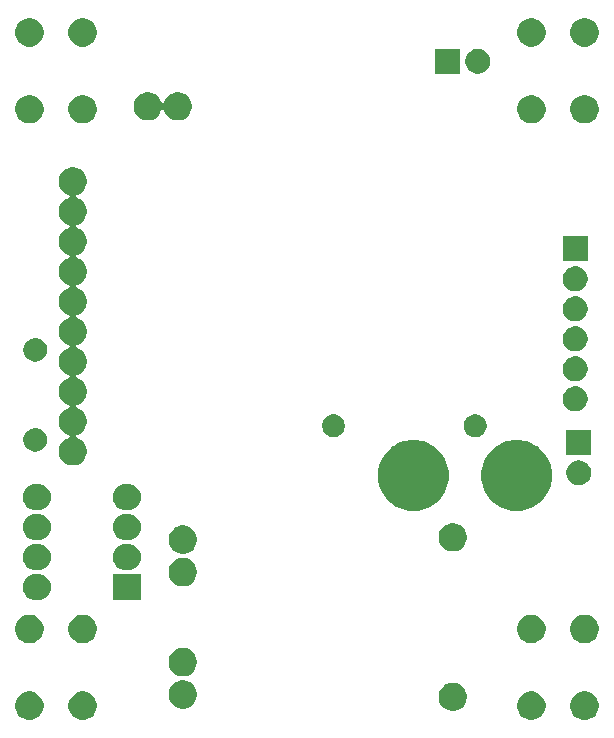
<source format=gbr>
G04 #@! TF.GenerationSoftware,KiCad,Pcbnew,5.1.5-52549c5~84~ubuntu18.04.1*
G04 #@! TF.CreationDate,2020-01-28T15:27:20+01:00*
G04 #@! TF.ProjectId,Nokolino,4e6f6b6f-6c69-46e6-9f2e-6b696361645f,3.0*
G04 #@! TF.SameCoordinates,Original*
G04 #@! TF.FileFunction,Soldermask,Top*
G04 #@! TF.FilePolarity,Negative*
%FSLAX46Y46*%
G04 Gerber Fmt 4.6, Leading zero omitted, Abs format (unit mm)*
G04 Created by KiCad (PCBNEW 5.1.5-52549c5~84~ubuntu18.04.1) date 2020-01-28 15:27:20*
%MOMM*%
%LPD*%
G04 APERTURE LIST*
%ADD10C,0.100000*%
G04 APERTURE END LIST*
D10*
G36*
X182100026Y-144846115D02*
G01*
X182298945Y-144928510D01*
X182318413Y-144936574D01*
X182514955Y-145067899D01*
X182682101Y-145235045D01*
X182790133Y-145396726D01*
X182813427Y-145431589D01*
X182903885Y-145649974D01*
X182950000Y-145881809D01*
X182950000Y-146118191D01*
X182903885Y-146350026D01*
X182813427Y-146568411D01*
X182813426Y-146568413D01*
X182682101Y-146764955D01*
X182514955Y-146932101D01*
X182318413Y-147063426D01*
X182318412Y-147063427D01*
X182318411Y-147063427D01*
X182100026Y-147153885D01*
X181868191Y-147200000D01*
X181631809Y-147200000D01*
X181399974Y-147153885D01*
X181181589Y-147063427D01*
X181181588Y-147063427D01*
X181181587Y-147063426D01*
X180985045Y-146932101D01*
X180817899Y-146764955D01*
X180686574Y-146568413D01*
X180686573Y-146568411D01*
X180596115Y-146350026D01*
X180550000Y-146118191D01*
X180550000Y-145881809D01*
X180596115Y-145649974D01*
X180686573Y-145431589D01*
X180709868Y-145396726D01*
X180817899Y-145235045D01*
X180985045Y-145067899D01*
X181181587Y-144936574D01*
X181201055Y-144928510D01*
X181399974Y-144846115D01*
X181631809Y-144800000D01*
X181868191Y-144800000D01*
X182100026Y-144846115D01*
G37*
G36*
X177600026Y-144846115D02*
G01*
X177798945Y-144928510D01*
X177818413Y-144936574D01*
X178014955Y-145067899D01*
X178182101Y-145235045D01*
X178290133Y-145396726D01*
X178313427Y-145431589D01*
X178403885Y-145649974D01*
X178450000Y-145881809D01*
X178450000Y-146118191D01*
X178403885Y-146350026D01*
X178313427Y-146568411D01*
X178313426Y-146568413D01*
X178182101Y-146764955D01*
X178014955Y-146932101D01*
X177818413Y-147063426D01*
X177818412Y-147063427D01*
X177818411Y-147063427D01*
X177600026Y-147153885D01*
X177368191Y-147200000D01*
X177131809Y-147200000D01*
X176899974Y-147153885D01*
X176681589Y-147063427D01*
X176681588Y-147063427D01*
X176681587Y-147063426D01*
X176485045Y-146932101D01*
X176317899Y-146764955D01*
X176186574Y-146568413D01*
X176186573Y-146568411D01*
X176096115Y-146350026D01*
X176050000Y-146118191D01*
X176050000Y-145881809D01*
X176096115Y-145649974D01*
X176186573Y-145431589D01*
X176209868Y-145396726D01*
X176317899Y-145235045D01*
X176485045Y-145067899D01*
X176681587Y-144936574D01*
X176701055Y-144928510D01*
X176899974Y-144846115D01*
X177131809Y-144800000D01*
X177368191Y-144800000D01*
X177600026Y-144846115D01*
G37*
G36*
X139600026Y-144846115D02*
G01*
X139798945Y-144928510D01*
X139818413Y-144936574D01*
X140014955Y-145067899D01*
X140182101Y-145235045D01*
X140290133Y-145396726D01*
X140313427Y-145431589D01*
X140403885Y-145649974D01*
X140450000Y-145881809D01*
X140450000Y-146118191D01*
X140403885Y-146350026D01*
X140313427Y-146568411D01*
X140313426Y-146568413D01*
X140182101Y-146764955D01*
X140014955Y-146932101D01*
X139818413Y-147063426D01*
X139818412Y-147063427D01*
X139818411Y-147063427D01*
X139600026Y-147153885D01*
X139368191Y-147200000D01*
X139131809Y-147200000D01*
X138899974Y-147153885D01*
X138681589Y-147063427D01*
X138681588Y-147063427D01*
X138681587Y-147063426D01*
X138485045Y-146932101D01*
X138317899Y-146764955D01*
X138186574Y-146568413D01*
X138186573Y-146568411D01*
X138096115Y-146350026D01*
X138050000Y-146118191D01*
X138050000Y-145881809D01*
X138096115Y-145649974D01*
X138186573Y-145431589D01*
X138209868Y-145396726D01*
X138317899Y-145235045D01*
X138485045Y-145067899D01*
X138681587Y-144936574D01*
X138701055Y-144928510D01*
X138899974Y-144846115D01*
X139131809Y-144800000D01*
X139368191Y-144800000D01*
X139600026Y-144846115D01*
G37*
G36*
X135100026Y-144846115D02*
G01*
X135298945Y-144928510D01*
X135318413Y-144936574D01*
X135514955Y-145067899D01*
X135682101Y-145235045D01*
X135790133Y-145396726D01*
X135813427Y-145431589D01*
X135903885Y-145649974D01*
X135950000Y-145881809D01*
X135950000Y-146118191D01*
X135903885Y-146350026D01*
X135813427Y-146568411D01*
X135813426Y-146568413D01*
X135682101Y-146764955D01*
X135514955Y-146932101D01*
X135318413Y-147063426D01*
X135318412Y-147063427D01*
X135318411Y-147063427D01*
X135100026Y-147153885D01*
X134868191Y-147200000D01*
X134631809Y-147200000D01*
X134399974Y-147153885D01*
X134181589Y-147063427D01*
X134181588Y-147063427D01*
X134181587Y-147063426D01*
X133985045Y-146932101D01*
X133817899Y-146764955D01*
X133686574Y-146568413D01*
X133686573Y-146568411D01*
X133596115Y-146350026D01*
X133550000Y-146118191D01*
X133550000Y-145881809D01*
X133596115Y-145649974D01*
X133686573Y-145431589D01*
X133709868Y-145396726D01*
X133817899Y-145235045D01*
X133985045Y-145067899D01*
X134181587Y-144936574D01*
X134201055Y-144928510D01*
X134399974Y-144846115D01*
X134631809Y-144800000D01*
X134868191Y-144800000D01*
X135100026Y-144846115D01*
G37*
G36*
X170949126Y-144096015D02*
G01*
X171167511Y-144186473D01*
X171167513Y-144186474D01*
X171310096Y-144281745D01*
X171364055Y-144317799D01*
X171531201Y-144484945D01*
X171662527Y-144681489D01*
X171752985Y-144899874D01*
X171799100Y-145131709D01*
X171799100Y-145368091D01*
X171752985Y-145599926D01*
X171732254Y-145649974D01*
X171662526Y-145818313D01*
X171531201Y-146014855D01*
X171364055Y-146182001D01*
X171167513Y-146313326D01*
X171167512Y-146313327D01*
X171167511Y-146313327D01*
X170949126Y-146403785D01*
X170717291Y-146449900D01*
X170480909Y-146449900D01*
X170249074Y-146403785D01*
X170030689Y-146313327D01*
X170030688Y-146313327D01*
X170030687Y-146313326D01*
X169834145Y-146182001D01*
X169666999Y-146014855D01*
X169535674Y-145818313D01*
X169465946Y-145649974D01*
X169445215Y-145599926D01*
X169399100Y-145368091D01*
X169399100Y-145131709D01*
X169445215Y-144899874D01*
X169535673Y-144681489D01*
X169666999Y-144484945D01*
X169834145Y-144317799D01*
X169888104Y-144281745D01*
X170030687Y-144186474D01*
X170030689Y-144186473D01*
X170249074Y-144096015D01*
X170480909Y-144049900D01*
X170717291Y-144049900D01*
X170949126Y-144096015D01*
G37*
G36*
X148089126Y-143892815D02*
G01*
X148307511Y-143983273D01*
X148307513Y-143983274D01*
X148504055Y-144114599D01*
X148671201Y-144281745D01*
X148802527Y-144478289D01*
X148892985Y-144696674D01*
X148939100Y-144928509D01*
X148939100Y-145164891D01*
X148892985Y-145396726D01*
X148878545Y-145431587D01*
X148802526Y-145615113D01*
X148671201Y-145811655D01*
X148504055Y-145978801D01*
X148307513Y-146110126D01*
X148307512Y-146110127D01*
X148307511Y-146110127D01*
X148089126Y-146200585D01*
X147857291Y-146246700D01*
X147620909Y-146246700D01*
X147389074Y-146200585D01*
X147170689Y-146110127D01*
X147170688Y-146110127D01*
X147170687Y-146110126D01*
X146974145Y-145978801D01*
X146806999Y-145811655D01*
X146675674Y-145615113D01*
X146599655Y-145431587D01*
X146585215Y-145396726D01*
X146539100Y-145164891D01*
X146539100Y-144928509D01*
X146585215Y-144696674D01*
X146675673Y-144478289D01*
X146806999Y-144281745D01*
X146974145Y-144114599D01*
X147170687Y-143983274D01*
X147170689Y-143983273D01*
X147389074Y-143892815D01*
X147620909Y-143846700D01*
X147857291Y-143846700D01*
X148089126Y-143892815D01*
G37*
G36*
X148089126Y-141149615D02*
G01*
X148307511Y-141240073D01*
X148307513Y-141240074D01*
X148504055Y-141371399D01*
X148671201Y-141538545D01*
X148802527Y-141735089D01*
X148892985Y-141953474D01*
X148939100Y-142185309D01*
X148939100Y-142421691D01*
X148892985Y-142653526D01*
X148802527Y-142871911D01*
X148802526Y-142871913D01*
X148671201Y-143068455D01*
X148504055Y-143235601D01*
X148307513Y-143366926D01*
X148307512Y-143366927D01*
X148307511Y-143366927D01*
X148089126Y-143457385D01*
X147857291Y-143503500D01*
X147620909Y-143503500D01*
X147389074Y-143457385D01*
X147170689Y-143366927D01*
X147170688Y-143366927D01*
X147170687Y-143366926D01*
X146974145Y-143235601D01*
X146806999Y-143068455D01*
X146675674Y-142871913D01*
X146675673Y-142871911D01*
X146585215Y-142653526D01*
X146539100Y-142421691D01*
X146539100Y-142185309D01*
X146585215Y-141953474D01*
X146675673Y-141735089D01*
X146806999Y-141538545D01*
X146974145Y-141371399D01*
X147170687Y-141240074D01*
X147170689Y-141240073D01*
X147389074Y-141149615D01*
X147620909Y-141103500D01*
X147857291Y-141103500D01*
X148089126Y-141149615D01*
G37*
G36*
X135100026Y-138346115D02*
G01*
X135318411Y-138436573D01*
X135318413Y-138436574D01*
X135514955Y-138567899D01*
X135682101Y-138735045D01*
X135813427Y-138931589D01*
X135903885Y-139149974D01*
X135950000Y-139381809D01*
X135950000Y-139618191D01*
X135903885Y-139850026D01*
X135813427Y-140068411D01*
X135813426Y-140068413D01*
X135682101Y-140264955D01*
X135514955Y-140432101D01*
X135318413Y-140563426D01*
X135318412Y-140563427D01*
X135318411Y-140563427D01*
X135100026Y-140653885D01*
X134868191Y-140700000D01*
X134631809Y-140700000D01*
X134399974Y-140653885D01*
X134181589Y-140563427D01*
X134181588Y-140563427D01*
X134181587Y-140563426D01*
X133985045Y-140432101D01*
X133817899Y-140264955D01*
X133686574Y-140068413D01*
X133686573Y-140068411D01*
X133596115Y-139850026D01*
X133550000Y-139618191D01*
X133550000Y-139381809D01*
X133596115Y-139149974D01*
X133686573Y-138931589D01*
X133817899Y-138735045D01*
X133985045Y-138567899D01*
X134181587Y-138436574D01*
X134181589Y-138436573D01*
X134399974Y-138346115D01*
X134631809Y-138300000D01*
X134868191Y-138300000D01*
X135100026Y-138346115D01*
G37*
G36*
X182100026Y-138346115D02*
G01*
X182318411Y-138436573D01*
X182318413Y-138436574D01*
X182514955Y-138567899D01*
X182682101Y-138735045D01*
X182813427Y-138931589D01*
X182903885Y-139149974D01*
X182950000Y-139381809D01*
X182950000Y-139618191D01*
X182903885Y-139850026D01*
X182813427Y-140068411D01*
X182813426Y-140068413D01*
X182682101Y-140264955D01*
X182514955Y-140432101D01*
X182318413Y-140563426D01*
X182318412Y-140563427D01*
X182318411Y-140563427D01*
X182100026Y-140653885D01*
X181868191Y-140700000D01*
X181631809Y-140700000D01*
X181399974Y-140653885D01*
X181181589Y-140563427D01*
X181181588Y-140563427D01*
X181181587Y-140563426D01*
X180985045Y-140432101D01*
X180817899Y-140264955D01*
X180686574Y-140068413D01*
X180686573Y-140068411D01*
X180596115Y-139850026D01*
X180550000Y-139618191D01*
X180550000Y-139381809D01*
X180596115Y-139149974D01*
X180686573Y-138931589D01*
X180817899Y-138735045D01*
X180985045Y-138567899D01*
X181181587Y-138436574D01*
X181181589Y-138436573D01*
X181399974Y-138346115D01*
X181631809Y-138300000D01*
X181868191Y-138300000D01*
X182100026Y-138346115D01*
G37*
G36*
X177600026Y-138346115D02*
G01*
X177818411Y-138436573D01*
X177818413Y-138436574D01*
X178014955Y-138567899D01*
X178182101Y-138735045D01*
X178313427Y-138931589D01*
X178403885Y-139149974D01*
X178450000Y-139381809D01*
X178450000Y-139618191D01*
X178403885Y-139850026D01*
X178313427Y-140068411D01*
X178313426Y-140068413D01*
X178182101Y-140264955D01*
X178014955Y-140432101D01*
X177818413Y-140563426D01*
X177818412Y-140563427D01*
X177818411Y-140563427D01*
X177600026Y-140653885D01*
X177368191Y-140700000D01*
X177131809Y-140700000D01*
X176899974Y-140653885D01*
X176681589Y-140563427D01*
X176681588Y-140563427D01*
X176681587Y-140563426D01*
X176485045Y-140432101D01*
X176317899Y-140264955D01*
X176186574Y-140068413D01*
X176186573Y-140068411D01*
X176096115Y-139850026D01*
X176050000Y-139618191D01*
X176050000Y-139381809D01*
X176096115Y-139149974D01*
X176186573Y-138931589D01*
X176317899Y-138735045D01*
X176485045Y-138567899D01*
X176681587Y-138436574D01*
X176681589Y-138436573D01*
X176899974Y-138346115D01*
X177131809Y-138300000D01*
X177368191Y-138300000D01*
X177600026Y-138346115D01*
G37*
G36*
X139600026Y-138346115D02*
G01*
X139818411Y-138436573D01*
X139818413Y-138436574D01*
X140014955Y-138567899D01*
X140182101Y-138735045D01*
X140313427Y-138931589D01*
X140403885Y-139149974D01*
X140450000Y-139381809D01*
X140450000Y-139618191D01*
X140403885Y-139850026D01*
X140313427Y-140068411D01*
X140313426Y-140068413D01*
X140182101Y-140264955D01*
X140014955Y-140432101D01*
X139818413Y-140563426D01*
X139818412Y-140563427D01*
X139818411Y-140563427D01*
X139600026Y-140653885D01*
X139368191Y-140700000D01*
X139131809Y-140700000D01*
X138899974Y-140653885D01*
X138681589Y-140563427D01*
X138681588Y-140563427D01*
X138681587Y-140563426D01*
X138485045Y-140432101D01*
X138317899Y-140264955D01*
X138186574Y-140068413D01*
X138186573Y-140068411D01*
X138096115Y-139850026D01*
X138050000Y-139618191D01*
X138050000Y-139381809D01*
X138096115Y-139149974D01*
X138186573Y-138931589D01*
X138317899Y-138735045D01*
X138485045Y-138567899D01*
X138681587Y-138436574D01*
X138681589Y-138436573D01*
X138899974Y-138346115D01*
X139131809Y-138300000D01*
X139368191Y-138300000D01*
X139600026Y-138346115D01*
G37*
G36*
X135616837Y-134861458D02*
G01*
X135697638Y-134869416D01*
X135851034Y-134915949D01*
X135904992Y-134932317D01*
X136096084Y-135034457D01*
X136263581Y-135171919D01*
X136401043Y-135339416D01*
X136503183Y-135530508D01*
X136503184Y-135530512D01*
X136566084Y-135737862D01*
X136587322Y-135953500D01*
X136566084Y-136169138D01*
X136519551Y-136322534D01*
X136503183Y-136376492D01*
X136401043Y-136567584D01*
X136263581Y-136735081D01*
X136096084Y-136872543D01*
X135904992Y-136974683D01*
X135851034Y-136991051D01*
X135697638Y-137037584D01*
X135616837Y-137045542D01*
X135536038Y-137053500D01*
X135227962Y-137053500D01*
X135147163Y-137045542D01*
X135066362Y-137037584D01*
X134912966Y-136991051D01*
X134859008Y-136974683D01*
X134667916Y-136872543D01*
X134500419Y-136735081D01*
X134362957Y-136567584D01*
X134260817Y-136376492D01*
X134244449Y-136322534D01*
X134197916Y-136169138D01*
X134176678Y-135953500D01*
X134197916Y-135737862D01*
X134260816Y-135530512D01*
X134260817Y-135530508D01*
X134362957Y-135339416D01*
X134500419Y-135171919D01*
X134667916Y-135034457D01*
X134859008Y-134932317D01*
X134912966Y-134915949D01*
X135066362Y-134869416D01*
X135147163Y-134861458D01*
X135227962Y-134853500D01*
X135536038Y-134853500D01*
X135616837Y-134861458D01*
G37*
G36*
X144202000Y-137053500D02*
G01*
X141802000Y-137053500D01*
X141802000Y-134853500D01*
X144202000Y-134853500D01*
X144202000Y-137053500D01*
G37*
G36*
X148089126Y-133529615D02*
G01*
X148307511Y-133620073D01*
X148307513Y-133620074D01*
X148321075Y-133629136D01*
X148504055Y-133751399D01*
X148671201Y-133918545D01*
X148802527Y-134115089D01*
X148892985Y-134333474D01*
X148939100Y-134565309D01*
X148939100Y-134801691D01*
X148892985Y-135033526D01*
X148802527Y-135251911D01*
X148802526Y-135251913D01*
X148671201Y-135448455D01*
X148504055Y-135615601D01*
X148307513Y-135746926D01*
X148307512Y-135746927D01*
X148307511Y-135746927D01*
X148089126Y-135837385D01*
X147857291Y-135883500D01*
X147620909Y-135883500D01*
X147389074Y-135837385D01*
X147170689Y-135746927D01*
X147170688Y-135746927D01*
X147170687Y-135746926D01*
X146974145Y-135615601D01*
X146806999Y-135448455D01*
X146675674Y-135251913D01*
X146675673Y-135251911D01*
X146585215Y-135033526D01*
X146539100Y-134801691D01*
X146539100Y-134565309D01*
X146585215Y-134333474D01*
X146675673Y-134115089D01*
X146806999Y-133918545D01*
X146974145Y-133751399D01*
X147157125Y-133629136D01*
X147170687Y-133620074D01*
X147170689Y-133620073D01*
X147389074Y-133529615D01*
X147620909Y-133483500D01*
X147857291Y-133483500D01*
X148089126Y-133529615D01*
G37*
G36*
X135616837Y-132321458D02*
G01*
X135697638Y-132329416D01*
X135851034Y-132375949D01*
X135904992Y-132392317D01*
X136096084Y-132494457D01*
X136263581Y-132631919D01*
X136401043Y-132799416D01*
X136503183Y-132990508D01*
X136507193Y-133003727D01*
X136566084Y-133197862D01*
X136587322Y-133413500D01*
X136566084Y-133629138D01*
X136528996Y-133751399D01*
X136503183Y-133836492D01*
X136401043Y-134027584D01*
X136263581Y-134195081D01*
X136096084Y-134332543D01*
X135904992Y-134434683D01*
X135851034Y-134451051D01*
X135697638Y-134497584D01*
X135616837Y-134505542D01*
X135536038Y-134513500D01*
X135227962Y-134513500D01*
X135147163Y-134505542D01*
X135066362Y-134497584D01*
X134912966Y-134451051D01*
X134859008Y-134434683D01*
X134667916Y-134332543D01*
X134500419Y-134195081D01*
X134362957Y-134027584D01*
X134260817Y-133836492D01*
X134235004Y-133751399D01*
X134197916Y-133629138D01*
X134176678Y-133413500D01*
X134197916Y-133197862D01*
X134256807Y-133003727D01*
X134260817Y-132990508D01*
X134362957Y-132799416D01*
X134500419Y-132631919D01*
X134667916Y-132494457D01*
X134859008Y-132392317D01*
X134912966Y-132375949D01*
X135066362Y-132329416D01*
X135147163Y-132321458D01*
X135227962Y-132313500D01*
X135536038Y-132313500D01*
X135616837Y-132321458D01*
G37*
G36*
X143236837Y-132321458D02*
G01*
X143317638Y-132329416D01*
X143471034Y-132375949D01*
X143524992Y-132392317D01*
X143716084Y-132494457D01*
X143883581Y-132631919D01*
X144021043Y-132799416D01*
X144123183Y-132990508D01*
X144127193Y-133003727D01*
X144186084Y-133197862D01*
X144207322Y-133413500D01*
X144186084Y-133629138D01*
X144148996Y-133751399D01*
X144123183Y-133836492D01*
X144021043Y-134027584D01*
X143883581Y-134195081D01*
X143716084Y-134332543D01*
X143524992Y-134434683D01*
X143471034Y-134451051D01*
X143317638Y-134497584D01*
X143236837Y-134505542D01*
X143156038Y-134513500D01*
X142847962Y-134513500D01*
X142767163Y-134505542D01*
X142686362Y-134497584D01*
X142532966Y-134451051D01*
X142479008Y-134434683D01*
X142287916Y-134332543D01*
X142120419Y-134195081D01*
X141982957Y-134027584D01*
X141880817Y-133836492D01*
X141855004Y-133751399D01*
X141817916Y-133629138D01*
X141796678Y-133413500D01*
X141817916Y-133197862D01*
X141876807Y-133003727D01*
X141880817Y-132990508D01*
X141982957Y-132799416D01*
X142120419Y-132631919D01*
X142287916Y-132494457D01*
X142479008Y-132392317D01*
X142532966Y-132375949D01*
X142686362Y-132329416D01*
X142767163Y-132321458D01*
X142847962Y-132313500D01*
X143156038Y-132313500D01*
X143236837Y-132321458D01*
G37*
G36*
X148089126Y-130786415D02*
G01*
X148307511Y-130876873D01*
X148307513Y-130876874D01*
X148450096Y-130972145D01*
X148504055Y-131008199D01*
X148671201Y-131175345D01*
X148802527Y-131371889D01*
X148892985Y-131590274D01*
X148939100Y-131822109D01*
X148939100Y-132058491D01*
X148892985Y-132290326D01*
X148876793Y-132329416D01*
X148802526Y-132508713D01*
X148671201Y-132705255D01*
X148504055Y-132872401D01*
X148307513Y-133003726D01*
X148307512Y-133003727D01*
X148307511Y-133003727D01*
X148089126Y-133094185D01*
X147857291Y-133140300D01*
X147620909Y-133140300D01*
X147389074Y-133094185D01*
X147170689Y-133003727D01*
X147170688Y-133003727D01*
X147170687Y-133003726D01*
X146974145Y-132872401D01*
X146806999Y-132705255D01*
X146675674Y-132508713D01*
X146601407Y-132329416D01*
X146585215Y-132290326D01*
X146539100Y-132058491D01*
X146539100Y-131822109D01*
X146585215Y-131590274D01*
X146675673Y-131371889D01*
X146806999Y-131175345D01*
X146974145Y-131008199D01*
X147028104Y-130972145D01*
X147170687Y-130876874D01*
X147170689Y-130876873D01*
X147389074Y-130786415D01*
X147620909Y-130740300D01*
X147857291Y-130740300D01*
X148089126Y-130786415D01*
G37*
G36*
X170949126Y-130583215D02*
G01*
X171167511Y-130673673D01*
X171167513Y-130673674D01*
X171364055Y-130804999D01*
X171531201Y-130972145D01*
X171662527Y-131168689D01*
X171752985Y-131387074D01*
X171799100Y-131618909D01*
X171799100Y-131855291D01*
X171752985Y-132087126D01*
X171668817Y-132290326D01*
X171662526Y-132305513D01*
X171531201Y-132502055D01*
X171364055Y-132669201D01*
X171167513Y-132800526D01*
X171167512Y-132800527D01*
X171167511Y-132800527D01*
X170949126Y-132890985D01*
X170717291Y-132937100D01*
X170480909Y-132937100D01*
X170249074Y-132890985D01*
X170030689Y-132800527D01*
X170030688Y-132800527D01*
X170030687Y-132800526D01*
X169834145Y-132669201D01*
X169666999Y-132502055D01*
X169535674Y-132305513D01*
X169529383Y-132290326D01*
X169445215Y-132087126D01*
X169399100Y-131855291D01*
X169399100Y-131618909D01*
X169445215Y-131387074D01*
X169535673Y-131168689D01*
X169666999Y-130972145D01*
X169834145Y-130804999D01*
X170030687Y-130673674D01*
X170030689Y-130673673D01*
X170249074Y-130583215D01*
X170480909Y-130537100D01*
X170717291Y-130537100D01*
X170949126Y-130583215D01*
G37*
G36*
X143236837Y-129781458D02*
G01*
X143317638Y-129789416D01*
X143471034Y-129835949D01*
X143524992Y-129852317D01*
X143716084Y-129954457D01*
X143883581Y-130091919D01*
X144021043Y-130259416D01*
X144123183Y-130450508D01*
X144123184Y-130450512D01*
X144186084Y-130657862D01*
X144207322Y-130873500D01*
X144186084Y-131089138D01*
X144161952Y-131168689D01*
X144123183Y-131296492D01*
X144021043Y-131487584D01*
X143883581Y-131655081D01*
X143716084Y-131792543D01*
X143524992Y-131894683D01*
X143471034Y-131911051D01*
X143317638Y-131957584D01*
X143236837Y-131965542D01*
X143156038Y-131973500D01*
X142847962Y-131973500D01*
X142767163Y-131965542D01*
X142686362Y-131957584D01*
X142532966Y-131911051D01*
X142479008Y-131894683D01*
X142287916Y-131792543D01*
X142120419Y-131655081D01*
X141982957Y-131487584D01*
X141880817Y-131296492D01*
X141842048Y-131168689D01*
X141817916Y-131089138D01*
X141796678Y-130873500D01*
X141817916Y-130657862D01*
X141880816Y-130450512D01*
X141880817Y-130450508D01*
X141982957Y-130259416D01*
X142120419Y-130091919D01*
X142287916Y-129954457D01*
X142479008Y-129852317D01*
X142532966Y-129835949D01*
X142686362Y-129789416D01*
X142767163Y-129781458D01*
X142847962Y-129773500D01*
X143156038Y-129773500D01*
X143236837Y-129781458D01*
G37*
G36*
X135616837Y-129781458D02*
G01*
X135697638Y-129789416D01*
X135851034Y-129835949D01*
X135904992Y-129852317D01*
X136096084Y-129954457D01*
X136263581Y-130091919D01*
X136401043Y-130259416D01*
X136503183Y-130450508D01*
X136503184Y-130450512D01*
X136566084Y-130657862D01*
X136587322Y-130873500D01*
X136566084Y-131089138D01*
X136541952Y-131168689D01*
X136503183Y-131296492D01*
X136401043Y-131487584D01*
X136263581Y-131655081D01*
X136096084Y-131792543D01*
X135904992Y-131894683D01*
X135851034Y-131911051D01*
X135697638Y-131957584D01*
X135616837Y-131965542D01*
X135536038Y-131973500D01*
X135227962Y-131973500D01*
X135147163Y-131965542D01*
X135066362Y-131957584D01*
X134912966Y-131911051D01*
X134859008Y-131894683D01*
X134667916Y-131792543D01*
X134500419Y-131655081D01*
X134362957Y-131487584D01*
X134260817Y-131296492D01*
X134222048Y-131168689D01*
X134197916Y-131089138D01*
X134176678Y-130873500D01*
X134197916Y-130657862D01*
X134260816Y-130450512D01*
X134260817Y-130450508D01*
X134362957Y-130259416D01*
X134500419Y-130091919D01*
X134667916Y-129954457D01*
X134859008Y-129852317D01*
X134912966Y-129835949D01*
X135066362Y-129789416D01*
X135147163Y-129781458D01*
X135227962Y-129773500D01*
X135536038Y-129773500D01*
X135616837Y-129781458D01*
G37*
G36*
X167931870Y-123576859D02*
G01*
X168125068Y-123615288D01*
X168511122Y-123775197D01*
X168550936Y-123791688D01*
X168671033Y-123841434D01*
X168746092Y-123891587D01*
X169114072Y-124137463D01*
X169162389Y-124169748D01*
X169580252Y-124587611D01*
X169908566Y-125078967D01*
X170132945Y-125620665D01*
X170134712Y-125624933D01*
X170246432Y-126186584D01*
X170250000Y-126204526D01*
X170250000Y-126795474D01*
X170134712Y-127375068D01*
X169908566Y-127921033D01*
X169743295Y-128168378D01*
X169580253Y-128412388D01*
X169162388Y-128830253D01*
X168918378Y-128993295D01*
X168671033Y-129158566D01*
X168125068Y-129384712D01*
X167959809Y-129417584D01*
X167545476Y-129500000D01*
X166954524Y-129500000D01*
X166540191Y-129417584D01*
X166374932Y-129384712D01*
X165828967Y-129158566D01*
X165581622Y-128993295D01*
X165337612Y-128830253D01*
X164919747Y-128412388D01*
X164756705Y-128168378D01*
X164591434Y-127921033D01*
X164365288Y-127375068D01*
X164250000Y-126795474D01*
X164250000Y-126204526D01*
X164253569Y-126186584D01*
X164365288Y-125624933D01*
X164367056Y-125620665D01*
X164591434Y-125078967D01*
X164919748Y-124587611D01*
X165337611Y-124169748D01*
X165385929Y-124137463D01*
X165753908Y-123891587D01*
X165828967Y-123841434D01*
X165949065Y-123791688D01*
X165988878Y-123775197D01*
X166374932Y-123615288D01*
X166568130Y-123576859D01*
X166954524Y-123500000D01*
X167545476Y-123500000D01*
X167931870Y-123576859D01*
G37*
G36*
X176681870Y-123576859D02*
G01*
X176875068Y-123615288D01*
X177261122Y-123775197D01*
X177300936Y-123791688D01*
X177421033Y-123841434D01*
X177496092Y-123891587D01*
X177864072Y-124137463D01*
X177912389Y-124169748D01*
X178330252Y-124587611D01*
X178658566Y-125078967D01*
X178882945Y-125620665D01*
X178884712Y-125624933D01*
X178996432Y-126186584D01*
X179000000Y-126204526D01*
X179000000Y-126795474D01*
X178884712Y-127375068D01*
X178658566Y-127921033D01*
X178493295Y-128168378D01*
X178330253Y-128412388D01*
X177912388Y-128830253D01*
X177668378Y-128993295D01*
X177421033Y-129158566D01*
X176875068Y-129384712D01*
X176709809Y-129417584D01*
X176295476Y-129500000D01*
X175704524Y-129500000D01*
X175290191Y-129417584D01*
X175124932Y-129384712D01*
X174578967Y-129158566D01*
X174331622Y-128993295D01*
X174087612Y-128830253D01*
X173669747Y-128412388D01*
X173506705Y-128168378D01*
X173341434Y-127921033D01*
X173115288Y-127375068D01*
X173000000Y-126795474D01*
X173000000Y-126204526D01*
X173003569Y-126186584D01*
X173115288Y-125624933D01*
X173117056Y-125620665D01*
X173341434Y-125078967D01*
X173669748Y-124587611D01*
X174087611Y-124169748D01*
X174135929Y-124137463D01*
X174503908Y-123891587D01*
X174578967Y-123841434D01*
X174699065Y-123791688D01*
X174738878Y-123775197D01*
X175124932Y-123615288D01*
X175318130Y-123576859D01*
X175704524Y-123500000D01*
X176295476Y-123500000D01*
X176681870Y-123576859D01*
G37*
G36*
X143236837Y-127241458D02*
G01*
X143317638Y-127249416D01*
X143471034Y-127295949D01*
X143524992Y-127312317D01*
X143716084Y-127414457D01*
X143883581Y-127551919D01*
X144021043Y-127719416D01*
X144123183Y-127910508D01*
X144123184Y-127910512D01*
X144186084Y-128117862D01*
X144207322Y-128333500D01*
X144186084Y-128549138D01*
X144139551Y-128702534D01*
X144123183Y-128756492D01*
X144021043Y-128947584D01*
X143883581Y-129115081D01*
X143716084Y-129252543D01*
X143524992Y-129354683D01*
X143471034Y-129371051D01*
X143317638Y-129417584D01*
X143236837Y-129425542D01*
X143156038Y-129433500D01*
X142847962Y-129433500D01*
X142767163Y-129425542D01*
X142686362Y-129417584D01*
X142532966Y-129371051D01*
X142479008Y-129354683D01*
X142287916Y-129252543D01*
X142120419Y-129115081D01*
X141982957Y-128947584D01*
X141880817Y-128756492D01*
X141864449Y-128702534D01*
X141817916Y-128549138D01*
X141796678Y-128333500D01*
X141817916Y-128117862D01*
X141880816Y-127910512D01*
X141880817Y-127910508D01*
X141982957Y-127719416D01*
X142120419Y-127551919D01*
X142287916Y-127414457D01*
X142479008Y-127312317D01*
X142532966Y-127295949D01*
X142686362Y-127249416D01*
X142767163Y-127241458D01*
X142847962Y-127233500D01*
X143156038Y-127233500D01*
X143236837Y-127241458D01*
G37*
G36*
X135616837Y-127241458D02*
G01*
X135697638Y-127249416D01*
X135851034Y-127295949D01*
X135904992Y-127312317D01*
X136096084Y-127414457D01*
X136263581Y-127551919D01*
X136401043Y-127719416D01*
X136503183Y-127910508D01*
X136503184Y-127910512D01*
X136566084Y-128117862D01*
X136587322Y-128333500D01*
X136566084Y-128549138D01*
X136519551Y-128702534D01*
X136503183Y-128756492D01*
X136401043Y-128947584D01*
X136263581Y-129115081D01*
X136096084Y-129252543D01*
X135904992Y-129354683D01*
X135851034Y-129371051D01*
X135697638Y-129417584D01*
X135616837Y-129425542D01*
X135536038Y-129433500D01*
X135227962Y-129433500D01*
X135147163Y-129425542D01*
X135066362Y-129417584D01*
X134912966Y-129371051D01*
X134859008Y-129354683D01*
X134667916Y-129252543D01*
X134500419Y-129115081D01*
X134362957Y-128947584D01*
X134260817Y-128756492D01*
X134244449Y-128702534D01*
X134197916Y-128549138D01*
X134176678Y-128333500D01*
X134197916Y-128117862D01*
X134260816Y-127910512D01*
X134260817Y-127910508D01*
X134362957Y-127719416D01*
X134500419Y-127551919D01*
X134667916Y-127414457D01*
X134859008Y-127312317D01*
X134912966Y-127295949D01*
X135066362Y-127249416D01*
X135147163Y-127241458D01*
X135227962Y-127233500D01*
X135536038Y-127233500D01*
X135616837Y-127241458D01*
G37*
G36*
X181378687Y-125245027D02*
G01*
X181556274Y-125280350D01*
X181747362Y-125359502D01*
X181919336Y-125474411D01*
X182065589Y-125620664D01*
X182180498Y-125792638D01*
X182259650Y-125983726D01*
X182300000Y-126186584D01*
X182300000Y-126393416D01*
X182259650Y-126596274D01*
X182180498Y-126787362D01*
X182065589Y-126959336D01*
X181919336Y-127105589D01*
X181747362Y-127220498D01*
X181556274Y-127299650D01*
X181378687Y-127334973D01*
X181353417Y-127340000D01*
X181146583Y-127340000D01*
X181121313Y-127334973D01*
X180943726Y-127299650D01*
X180752638Y-127220498D01*
X180580664Y-127105589D01*
X180434411Y-126959336D01*
X180319502Y-126787362D01*
X180240350Y-126596274D01*
X180200000Y-126393416D01*
X180200000Y-126186584D01*
X180240350Y-125983726D01*
X180319502Y-125792638D01*
X180434411Y-125620664D01*
X180580664Y-125474411D01*
X180752638Y-125359502D01*
X180943726Y-125280350D01*
X181121313Y-125245027D01*
X181146583Y-125240000D01*
X181353417Y-125240000D01*
X181378687Y-125245027D01*
G37*
G36*
X138780026Y-100446115D02*
G01*
X138998411Y-100536573D01*
X138998413Y-100536574D01*
X139194955Y-100667899D01*
X139362101Y-100835045D01*
X139493427Y-101031589D01*
X139583885Y-101249974D01*
X139630000Y-101481809D01*
X139630000Y-101718191D01*
X139583885Y-101950026D01*
X139493427Y-102168411D01*
X139493426Y-102168413D01*
X139362101Y-102364955D01*
X139194955Y-102532101D01*
X138998413Y-102663426D01*
X138998412Y-102663427D01*
X138998411Y-102663427D01*
X138778503Y-102754516D01*
X138756892Y-102766067D01*
X138737950Y-102781612D01*
X138722405Y-102800554D01*
X138710854Y-102822165D01*
X138703741Y-102845614D01*
X138701339Y-102870000D01*
X138703741Y-102894386D01*
X138710854Y-102917835D01*
X138722405Y-102939446D01*
X138737950Y-102958388D01*
X138756892Y-102973933D01*
X138778503Y-102985484D01*
X138998411Y-103076573D01*
X138998413Y-103076574D01*
X139194955Y-103207899D01*
X139362101Y-103375045D01*
X139493427Y-103571589D01*
X139583885Y-103789974D01*
X139630000Y-104021809D01*
X139630000Y-104258191D01*
X139583885Y-104490026D01*
X139493427Y-104708411D01*
X139493426Y-104708413D01*
X139362101Y-104904955D01*
X139194955Y-105072101D01*
X138998413Y-105203426D01*
X138998412Y-105203427D01*
X138998411Y-105203427D01*
X138778503Y-105294516D01*
X138756892Y-105306067D01*
X138737950Y-105321612D01*
X138722405Y-105340554D01*
X138710854Y-105362165D01*
X138703741Y-105385614D01*
X138701339Y-105410000D01*
X138703741Y-105434386D01*
X138710854Y-105457835D01*
X138722405Y-105479446D01*
X138737950Y-105498388D01*
X138756892Y-105513933D01*
X138778503Y-105525484D01*
X138998411Y-105616573D01*
X138998413Y-105616574D01*
X139194955Y-105747899D01*
X139362101Y-105915045D01*
X139493427Y-106111589D01*
X139583885Y-106329974D01*
X139630000Y-106561809D01*
X139630000Y-106798191D01*
X139583885Y-107030026D01*
X139493427Y-107248411D01*
X139493426Y-107248413D01*
X139362101Y-107444955D01*
X139194955Y-107612101D01*
X138998413Y-107743426D01*
X138998412Y-107743427D01*
X138998411Y-107743427D01*
X138778503Y-107834516D01*
X138756892Y-107846067D01*
X138737950Y-107861612D01*
X138722405Y-107880554D01*
X138710854Y-107902165D01*
X138703741Y-107925614D01*
X138701339Y-107950000D01*
X138703741Y-107974386D01*
X138710854Y-107997835D01*
X138722405Y-108019446D01*
X138737950Y-108038388D01*
X138756892Y-108053933D01*
X138778503Y-108065484D01*
X138998411Y-108156573D01*
X138998413Y-108156574D01*
X139194955Y-108287899D01*
X139362101Y-108455045D01*
X139493427Y-108651589D01*
X139583885Y-108869974D01*
X139630000Y-109101809D01*
X139630000Y-109338191D01*
X139583885Y-109570026D01*
X139508681Y-109751584D01*
X139493426Y-109788413D01*
X139362101Y-109984955D01*
X139194955Y-110152101D01*
X138998413Y-110283426D01*
X138998412Y-110283427D01*
X138998411Y-110283427D01*
X138778503Y-110374516D01*
X138756892Y-110386067D01*
X138737950Y-110401612D01*
X138722405Y-110420554D01*
X138710854Y-110442165D01*
X138703741Y-110465614D01*
X138701339Y-110490000D01*
X138703741Y-110514386D01*
X138710854Y-110537835D01*
X138722405Y-110559446D01*
X138737950Y-110578388D01*
X138756892Y-110593933D01*
X138778503Y-110605484D01*
X138998411Y-110696573D01*
X138998413Y-110696574D01*
X139131497Y-110785498D01*
X139194955Y-110827899D01*
X139362101Y-110995045D01*
X139493427Y-111191589D01*
X139583885Y-111409974D01*
X139630000Y-111641809D01*
X139630000Y-111878191D01*
X139583885Y-112110026D01*
X139508681Y-112291584D01*
X139493426Y-112328413D01*
X139362101Y-112524955D01*
X139194955Y-112692101D01*
X138998413Y-112823426D01*
X138998412Y-112823427D01*
X138998411Y-112823427D01*
X138778503Y-112914516D01*
X138756892Y-112926067D01*
X138737950Y-112941612D01*
X138722405Y-112960554D01*
X138710854Y-112982165D01*
X138703741Y-113005614D01*
X138701339Y-113030000D01*
X138703741Y-113054386D01*
X138710854Y-113077835D01*
X138722405Y-113099446D01*
X138737950Y-113118388D01*
X138756892Y-113133933D01*
X138778503Y-113145484D01*
X138998411Y-113236573D01*
X138998413Y-113236574D01*
X139131497Y-113325498D01*
X139194955Y-113367899D01*
X139362101Y-113535045D01*
X139493427Y-113731589D01*
X139583885Y-113949974D01*
X139630000Y-114181809D01*
X139630000Y-114418191D01*
X139583885Y-114650026D01*
X139508681Y-114831584D01*
X139493426Y-114868413D01*
X139362101Y-115064955D01*
X139194955Y-115232101D01*
X138998413Y-115363426D01*
X138998412Y-115363427D01*
X138998411Y-115363427D01*
X138778503Y-115454516D01*
X138756892Y-115466067D01*
X138737950Y-115481612D01*
X138722405Y-115500554D01*
X138710854Y-115522165D01*
X138703741Y-115545614D01*
X138701339Y-115570000D01*
X138703741Y-115594386D01*
X138710854Y-115617835D01*
X138722405Y-115639446D01*
X138737950Y-115658388D01*
X138756892Y-115673933D01*
X138778503Y-115685484D01*
X138998411Y-115776573D01*
X138998413Y-115776574D01*
X139131497Y-115865498D01*
X139194955Y-115907899D01*
X139362101Y-116075045D01*
X139493427Y-116271589D01*
X139583885Y-116489974D01*
X139630000Y-116721809D01*
X139630000Y-116958191D01*
X139583885Y-117190026D01*
X139508681Y-117371584D01*
X139493426Y-117408413D01*
X139362101Y-117604955D01*
X139194955Y-117772101D01*
X138998413Y-117903426D01*
X138998412Y-117903427D01*
X138998411Y-117903427D01*
X138778503Y-117994516D01*
X138756892Y-118006067D01*
X138737950Y-118021612D01*
X138722405Y-118040554D01*
X138710854Y-118062165D01*
X138703741Y-118085614D01*
X138701339Y-118110000D01*
X138703741Y-118134386D01*
X138710854Y-118157835D01*
X138722405Y-118179446D01*
X138737950Y-118198388D01*
X138756892Y-118213933D01*
X138778503Y-118225484D01*
X138998411Y-118316573D01*
X138998413Y-118316574D01*
X139131497Y-118405498D01*
X139194955Y-118447899D01*
X139362101Y-118615045D01*
X139493427Y-118811589D01*
X139583885Y-119029974D01*
X139630000Y-119261809D01*
X139630000Y-119498191D01*
X139583885Y-119730026D01*
X139508681Y-119911584D01*
X139493426Y-119948413D01*
X139362101Y-120144955D01*
X139194955Y-120312101D01*
X138998413Y-120443426D01*
X138998412Y-120443427D01*
X138998411Y-120443427D01*
X138778503Y-120534516D01*
X138756892Y-120546067D01*
X138737950Y-120561612D01*
X138722405Y-120580554D01*
X138710854Y-120602165D01*
X138703741Y-120625614D01*
X138701339Y-120650000D01*
X138703741Y-120674386D01*
X138710854Y-120697835D01*
X138722405Y-120719446D01*
X138737950Y-120738388D01*
X138756892Y-120753933D01*
X138778503Y-120765484D01*
X138998411Y-120856573D01*
X138998413Y-120856574D01*
X139131497Y-120945498D01*
X139194955Y-120987899D01*
X139362101Y-121155045D01*
X139493427Y-121351589D01*
X139583885Y-121569974D01*
X139630000Y-121801809D01*
X139630000Y-122038191D01*
X139583885Y-122270026D01*
X139493427Y-122488411D01*
X139493426Y-122488413D01*
X139362101Y-122684955D01*
X139194955Y-122852101D01*
X138998413Y-122983426D01*
X138998412Y-122983427D01*
X138998411Y-122983427D01*
X138778503Y-123074516D01*
X138756892Y-123086067D01*
X138737950Y-123101612D01*
X138722405Y-123120554D01*
X138710854Y-123142165D01*
X138703741Y-123165614D01*
X138701339Y-123190000D01*
X138703741Y-123214386D01*
X138710854Y-123237835D01*
X138722405Y-123259446D01*
X138737950Y-123278388D01*
X138756892Y-123293933D01*
X138778503Y-123305484D01*
X138998411Y-123396573D01*
X138998413Y-123396574D01*
X139153201Y-123500000D01*
X139194955Y-123527899D01*
X139362101Y-123695045D01*
X139493427Y-123891589D01*
X139583885Y-124109974D01*
X139630000Y-124341809D01*
X139630000Y-124578191D01*
X139583885Y-124810026D01*
X139493427Y-125028411D01*
X139493426Y-125028413D01*
X139362101Y-125224955D01*
X139194955Y-125392101D01*
X138998413Y-125523426D01*
X138998412Y-125523427D01*
X138998411Y-125523427D01*
X138780026Y-125613885D01*
X138548191Y-125660000D01*
X138311809Y-125660000D01*
X138079974Y-125613885D01*
X137861589Y-125523427D01*
X137861588Y-125523427D01*
X137861587Y-125523426D01*
X137665045Y-125392101D01*
X137497899Y-125224955D01*
X137366574Y-125028413D01*
X137366573Y-125028411D01*
X137276115Y-124810026D01*
X137230000Y-124578191D01*
X137230000Y-124341809D01*
X137276115Y-124109974D01*
X137366573Y-123891589D01*
X137497899Y-123695045D01*
X137665045Y-123527899D01*
X137706799Y-123500000D01*
X137861587Y-123396574D01*
X137861589Y-123396573D01*
X138081497Y-123305484D01*
X138103108Y-123293933D01*
X138122050Y-123278388D01*
X138137595Y-123259446D01*
X138149146Y-123237835D01*
X138156259Y-123214386D01*
X138158661Y-123190000D01*
X138156259Y-123165614D01*
X138149146Y-123142165D01*
X138137595Y-123120554D01*
X138122050Y-123101612D01*
X138103108Y-123086067D01*
X138081497Y-123074516D01*
X137861589Y-122983427D01*
X137861588Y-122983427D01*
X137861587Y-122983426D01*
X137665045Y-122852101D01*
X137497899Y-122684955D01*
X137366574Y-122488413D01*
X137366573Y-122488411D01*
X137276115Y-122270026D01*
X137230000Y-122038191D01*
X137230000Y-121801809D01*
X137276115Y-121569974D01*
X137366573Y-121351589D01*
X137497899Y-121155045D01*
X137665045Y-120987899D01*
X137728503Y-120945498D01*
X137861587Y-120856574D01*
X137861589Y-120856573D01*
X138081497Y-120765484D01*
X138103108Y-120753933D01*
X138122050Y-120738388D01*
X138137595Y-120719446D01*
X138149146Y-120697835D01*
X138156259Y-120674386D01*
X138158661Y-120650000D01*
X138156259Y-120625614D01*
X138149146Y-120602165D01*
X138137595Y-120580554D01*
X138122050Y-120561612D01*
X138103108Y-120546067D01*
X138081497Y-120534516D01*
X137861589Y-120443427D01*
X137861588Y-120443427D01*
X137861587Y-120443426D01*
X137665045Y-120312101D01*
X137497899Y-120144955D01*
X137366574Y-119948413D01*
X137351319Y-119911584D01*
X137276115Y-119730026D01*
X137230000Y-119498191D01*
X137230000Y-119261809D01*
X137276115Y-119029974D01*
X137366573Y-118811589D01*
X137497899Y-118615045D01*
X137665045Y-118447899D01*
X137728503Y-118405498D01*
X137861587Y-118316574D01*
X137861589Y-118316573D01*
X138081497Y-118225484D01*
X138103108Y-118213933D01*
X138122050Y-118198388D01*
X138137595Y-118179446D01*
X138149146Y-118157835D01*
X138156259Y-118134386D01*
X138158661Y-118110000D01*
X138156259Y-118085614D01*
X138149146Y-118062165D01*
X138137595Y-118040554D01*
X138122050Y-118021612D01*
X138103108Y-118006067D01*
X138081497Y-117994516D01*
X137861589Y-117903427D01*
X137861588Y-117903427D01*
X137861587Y-117903426D01*
X137665045Y-117772101D01*
X137497899Y-117604955D01*
X137366574Y-117408413D01*
X137351319Y-117371584D01*
X137276115Y-117190026D01*
X137230000Y-116958191D01*
X137230000Y-116721809D01*
X137276115Y-116489974D01*
X137366573Y-116271589D01*
X137497899Y-116075045D01*
X137665045Y-115907899D01*
X137728503Y-115865498D01*
X137861587Y-115776574D01*
X137861589Y-115776573D01*
X138081497Y-115685484D01*
X138103108Y-115673933D01*
X138122050Y-115658388D01*
X138137595Y-115639446D01*
X138149146Y-115617835D01*
X138156259Y-115594386D01*
X138158661Y-115570000D01*
X138156259Y-115545614D01*
X138149146Y-115522165D01*
X138137595Y-115500554D01*
X138122050Y-115481612D01*
X138103108Y-115466067D01*
X138081497Y-115454516D01*
X137861589Y-115363427D01*
X137861588Y-115363427D01*
X137861587Y-115363426D01*
X137665045Y-115232101D01*
X137497899Y-115064955D01*
X137366574Y-114868413D01*
X137351319Y-114831584D01*
X137276115Y-114650026D01*
X137230000Y-114418191D01*
X137230000Y-114181809D01*
X137276115Y-113949974D01*
X137366573Y-113731589D01*
X137497899Y-113535045D01*
X137665045Y-113367899D01*
X137728503Y-113325498D01*
X137861587Y-113236574D01*
X137861589Y-113236573D01*
X138081497Y-113145484D01*
X138103108Y-113133933D01*
X138122050Y-113118388D01*
X138137595Y-113099446D01*
X138149146Y-113077835D01*
X138156259Y-113054386D01*
X138158661Y-113030000D01*
X138156259Y-113005614D01*
X138149146Y-112982165D01*
X138137595Y-112960554D01*
X138122050Y-112941612D01*
X138103108Y-112926067D01*
X138081497Y-112914516D01*
X137861589Y-112823427D01*
X137861588Y-112823427D01*
X137861587Y-112823426D01*
X137665045Y-112692101D01*
X137497899Y-112524955D01*
X137366574Y-112328413D01*
X137351319Y-112291584D01*
X137276115Y-112110026D01*
X137230000Y-111878191D01*
X137230000Y-111641809D01*
X137276115Y-111409974D01*
X137366573Y-111191589D01*
X137497899Y-110995045D01*
X137665045Y-110827899D01*
X137728503Y-110785498D01*
X137861587Y-110696574D01*
X137861589Y-110696573D01*
X138081497Y-110605484D01*
X138103108Y-110593933D01*
X138122050Y-110578388D01*
X138137595Y-110559446D01*
X138149146Y-110537835D01*
X138156259Y-110514386D01*
X138158661Y-110490000D01*
X138156259Y-110465614D01*
X138149146Y-110442165D01*
X138137595Y-110420554D01*
X138122050Y-110401612D01*
X138103108Y-110386067D01*
X138081497Y-110374516D01*
X137861589Y-110283427D01*
X137861588Y-110283427D01*
X137861587Y-110283426D01*
X137665045Y-110152101D01*
X137497899Y-109984955D01*
X137366574Y-109788413D01*
X137351319Y-109751584D01*
X137276115Y-109570026D01*
X137230000Y-109338191D01*
X137230000Y-109101809D01*
X137276115Y-108869974D01*
X137366573Y-108651589D01*
X137497899Y-108455045D01*
X137665045Y-108287899D01*
X137861587Y-108156574D01*
X137861589Y-108156573D01*
X138081497Y-108065484D01*
X138103108Y-108053933D01*
X138122050Y-108038388D01*
X138137595Y-108019446D01*
X138149146Y-107997835D01*
X138156259Y-107974386D01*
X138158661Y-107950000D01*
X138156259Y-107925614D01*
X138149146Y-107902165D01*
X138137595Y-107880554D01*
X138122050Y-107861612D01*
X138103108Y-107846067D01*
X138081497Y-107834516D01*
X137861589Y-107743427D01*
X137861588Y-107743427D01*
X137861587Y-107743426D01*
X137665045Y-107612101D01*
X137497899Y-107444955D01*
X137366574Y-107248413D01*
X137366573Y-107248411D01*
X137276115Y-107030026D01*
X137230000Y-106798191D01*
X137230000Y-106561809D01*
X137276115Y-106329974D01*
X137366573Y-106111589D01*
X137497899Y-105915045D01*
X137665045Y-105747899D01*
X137861587Y-105616574D01*
X137861589Y-105616573D01*
X138081497Y-105525484D01*
X138103108Y-105513933D01*
X138122050Y-105498388D01*
X138137595Y-105479446D01*
X138149146Y-105457835D01*
X138156259Y-105434386D01*
X138158661Y-105410000D01*
X138156259Y-105385614D01*
X138149146Y-105362165D01*
X138137595Y-105340554D01*
X138122050Y-105321612D01*
X138103108Y-105306067D01*
X138081497Y-105294516D01*
X137861589Y-105203427D01*
X137861588Y-105203427D01*
X137861587Y-105203426D01*
X137665045Y-105072101D01*
X137497899Y-104904955D01*
X137366574Y-104708413D01*
X137366573Y-104708411D01*
X137276115Y-104490026D01*
X137230000Y-104258191D01*
X137230000Y-104021809D01*
X137276115Y-103789974D01*
X137366573Y-103571589D01*
X137497899Y-103375045D01*
X137665045Y-103207899D01*
X137861587Y-103076574D01*
X137861589Y-103076573D01*
X138081497Y-102985484D01*
X138103108Y-102973933D01*
X138122050Y-102958388D01*
X138137595Y-102939446D01*
X138149146Y-102917835D01*
X138156259Y-102894386D01*
X138158661Y-102870000D01*
X138156259Y-102845614D01*
X138149146Y-102822165D01*
X138137595Y-102800554D01*
X138122050Y-102781612D01*
X138103108Y-102766067D01*
X138081497Y-102754516D01*
X137861589Y-102663427D01*
X137861588Y-102663427D01*
X137861587Y-102663426D01*
X137665045Y-102532101D01*
X137497899Y-102364955D01*
X137366574Y-102168413D01*
X137366573Y-102168411D01*
X137276115Y-101950026D01*
X137230000Y-101718191D01*
X137230000Y-101481809D01*
X137276115Y-101249974D01*
X137366573Y-101031589D01*
X137497899Y-100835045D01*
X137665045Y-100667899D01*
X137861587Y-100536574D01*
X137861589Y-100536573D01*
X138079974Y-100446115D01*
X138311809Y-100400000D01*
X138548191Y-100400000D01*
X138780026Y-100446115D01*
G37*
G36*
X182300000Y-124800000D02*
G01*
X180200000Y-124800000D01*
X180200000Y-122700000D01*
X182300000Y-122700000D01*
X182300000Y-124800000D01*
G37*
G36*
X135477290Y-122525619D02*
G01*
X135541689Y-122538429D01*
X135723678Y-122613811D01*
X135887463Y-122723249D01*
X136026751Y-122862537D01*
X136136189Y-123026322D01*
X136188459Y-123152514D01*
X136211571Y-123208312D01*
X136250000Y-123401507D01*
X136250000Y-123598493D01*
X136224381Y-123727290D01*
X136211571Y-123791689D01*
X136136189Y-123973678D01*
X136026751Y-124137463D01*
X135887463Y-124276751D01*
X135723678Y-124386189D01*
X135541689Y-124461571D01*
X135477290Y-124474381D01*
X135348493Y-124500000D01*
X135151507Y-124500000D01*
X135022710Y-124474381D01*
X134958311Y-124461571D01*
X134776322Y-124386189D01*
X134612537Y-124276751D01*
X134473249Y-124137463D01*
X134363811Y-123973678D01*
X134288429Y-123791689D01*
X134275619Y-123727290D01*
X134250000Y-123598493D01*
X134250000Y-123401507D01*
X134288429Y-123208312D01*
X134311541Y-123152514D01*
X134363811Y-123026322D01*
X134473249Y-122862537D01*
X134612537Y-122723249D01*
X134776322Y-122613811D01*
X134958311Y-122538429D01*
X135022710Y-122525619D01*
X135151507Y-122500000D01*
X135348493Y-122500000D01*
X135477290Y-122525619D01*
G37*
G36*
X172780604Y-121374968D02*
G01*
X172955678Y-121447486D01*
X172955679Y-121447487D01*
X173113237Y-121552763D01*
X173247237Y-121686763D01*
X173324108Y-121801810D01*
X173352514Y-121844322D01*
X173425032Y-122019396D01*
X173462000Y-122205250D01*
X173462000Y-122394750D01*
X173425032Y-122580604D01*
X173411277Y-122613811D01*
X173352514Y-122755678D01*
X173352513Y-122755679D01*
X173247237Y-122913237D01*
X173113237Y-123047237D01*
X173003509Y-123120554D01*
X172955678Y-123152514D01*
X172780604Y-123225032D01*
X172594750Y-123262000D01*
X172405250Y-123262000D01*
X172219396Y-123225032D01*
X172044322Y-123152514D01*
X171996491Y-123120554D01*
X171886763Y-123047237D01*
X171752763Y-122913237D01*
X171647487Y-122755679D01*
X171647486Y-122755678D01*
X171588723Y-122613811D01*
X171574968Y-122580604D01*
X171538000Y-122394750D01*
X171538000Y-122205250D01*
X171574968Y-122019396D01*
X171647486Y-121844322D01*
X171675892Y-121801810D01*
X171752763Y-121686763D01*
X171886763Y-121552763D01*
X172044321Y-121447487D01*
X172044322Y-121447486D01*
X172219396Y-121374968D01*
X172405250Y-121338000D01*
X172594750Y-121338000D01*
X172780604Y-121374968D01*
G37*
G36*
X160780604Y-121374968D02*
G01*
X160955678Y-121447486D01*
X160955679Y-121447487D01*
X161113237Y-121552763D01*
X161247237Y-121686763D01*
X161324108Y-121801810D01*
X161352514Y-121844322D01*
X161425032Y-122019396D01*
X161462000Y-122205250D01*
X161462000Y-122394750D01*
X161425032Y-122580604D01*
X161411277Y-122613811D01*
X161352514Y-122755678D01*
X161352513Y-122755679D01*
X161247237Y-122913237D01*
X161113237Y-123047237D01*
X161003509Y-123120554D01*
X160955678Y-123152514D01*
X160780604Y-123225032D01*
X160594750Y-123262000D01*
X160405250Y-123262000D01*
X160219396Y-123225032D01*
X160044322Y-123152514D01*
X159996491Y-123120554D01*
X159886763Y-123047237D01*
X159752763Y-122913237D01*
X159647487Y-122755679D01*
X159647486Y-122755678D01*
X159588723Y-122613811D01*
X159574968Y-122580604D01*
X159538000Y-122394750D01*
X159538000Y-122205250D01*
X159574968Y-122019396D01*
X159647486Y-121844322D01*
X159675892Y-121801810D01*
X159752763Y-121686763D01*
X159886763Y-121552763D01*
X160044321Y-121447487D01*
X160044322Y-121447486D01*
X160219396Y-121374968D01*
X160405250Y-121338000D01*
X160594750Y-121338000D01*
X160780604Y-121374968D01*
G37*
G36*
X181103687Y-118970027D02*
G01*
X181281274Y-119005350D01*
X181472362Y-119084502D01*
X181644336Y-119199411D01*
X181790589Y-119345664D01*
X181905498Y-119517638D01*
X181984650Y-119708726D01*
X182025000Y-119911584D01*
X182025000Y-120118416D01*
X181984650Y-120321274D01*
X181905498Y-120512362D01*
X181790589Y-120684336D01*
X181644336Y-120830589D01*
X181472362Y-120945498D01*
X181281274Y-121024650D01*
X181103687Y-121059973D01*
X181078417Y-121065000D01*
X180871583Y-121065000D01*
X180846313Y-121059973D01*
X180668726Y-121024650D01*
X180477638Y-120945498D01*
X180305664Y-120830589D01*
X180159411Y-120684336D01*
X180044502Y-120512362D01*
X179965350Y-120321274D01*
X179925000Y-120118416D01*
X179925000Y-119911584D01*
X179965350Y-119708726D01*
X180044502Y-119517638D01*
X180159411Y-119345664D01*
X180305664Y-119199411D01*
X180477638Y-119084502D01*
X180668726Y-119005350D01*
X180846313Y-118970027D01*
X180871583Y-118965000D01*
X181078417Y-118965000D01*
X181103687Y-118970027D01*
G37*
G36*
X181103687Y-116430027D02*
G01*
X181281274Y-116465350D01*
X181472362Y-116544502D01*
X181644336Y-116659411D01*
X181790589Y-116805664D01*
X181905498Y-116977638D01*
X181984650Y-117168726D01*
X182025000Y-117371584D01*
X182025000Y-117578416D01*
X181984650Y-117781274D01*
X181905498Y-117972362D01*
X181790589Y-118144336D01*
X181644336Y-118290589D01*
X181472362Y-118405498D01*
X181281274Y-118484650D01*
X181103687Y-118519973D01*
X181078417Y-118525000D01*
X180871583Y-118525000D01*
X180846313Y-118519973D01*
X180668726Y-118484650D01*
X180477638Y-118405498D01*
X180305664Y-118290589D01*
X180159411Y-118144336D01*
X180044502Y-117972362D01*
X179965350Y-117781274D01*
X179925000Y-117578416D01*
X179925000Y-117371584D01*
X179965350Y-117168726D01*
X180044502Y-116977638D01*
X180159411Y-116805664D01*
X180305664Y-116659411D01*
X180477638Y-116544502D01*
X180668726Y-116465350D01*
X180846313Y-116430027D01*
X180871583Y-116425000D01*
X181078417Y-116425000D01*
X181103687Y-116430027D01*
G37*
G36*
X135477290Y-114905619D02*
G01*
X135541689Y-114918429D01*
X135723678Y-114993811D01*
X135887463Y-115103249D01*
X136026751Y-115242537D01*
X136136189Y-115406322D01*
X136211571Y-115588311D01*
X136217444Y-115617835D01*
X136250000Y-115781507D01*
X136250000Y-115978493D01*
X136224381Y-116107290D01*
X136211571Y-116171689D01*
X136136189Y-116353678D01*
X136026751Y-116517463D01*
X135887463Y-116656751D01*
X135723678Y-116766189D01*
X135541689Y-116841571D01*
X135477290Y-116854381D01*
X135348493Y-116880000D01*
X135151507Y-116880000D01*
X135022710Y-116854381D01*
X134958311Y-116841571D01*
X134776322Y-116766189D01*
X134612537Y-116656751D01*
X134473249Y-116517463D01*
X134363811Y-116353678D01*
X134288429Y-116171689D01*
X134275619Y-116107290D01*
X134250000Y-115978493D01*
X134250000Y-115781507D01*
X134282556Y-115617835D01*
X134288429Y-115588311D01*
X134363811Y-115406322D01*
X134473249Y-115242537D01*
X134612537Y-115103249D01*
X134776322Y-114993811D01*
X134958311Y-114918429D01*
X135022710Y-114905619D01*
X135151507Y-114880000D01*
X135348493Y-114880000D01*
X135477290Y-114905619D01*
G37*
G36*
X181103687Y-113890027D02*
G01*
X181281274Y-113925350D01*
X181472362Y-114004502D01*
X181644336Y-114119411D01*
X181790589Y-114265664D01*
X181905498Y-114437638D01*
X181984650Y-114628726D01*
X182025000Y-114831584D01*
X182025000Y-115038416D01*
X181984650Y-115241274D01*
X181905498Y-115432362D01*
X181790589Y-115604336D01*
X181644336Y-115750589D01*
X181472362Y-115865498D01*
X181281274Y-115944650D01*
X181103687Y-115979973D01*
X181078417Y-115985000D01*
X180871583Y-115985000D01*
X180846313Y-115979973D01*
X180668726Y-115944650D01*
X180477638Y-115865498D01*
X180305664Y-115750589D01*
X180159411Y-115604336D01*
X180044502Y-115432362D01*
X179965350Y-115241274D01*
X179925000Y-115038416D01*
X179925000Y-114831584D01*
X179965350Y-114628726D01*
X180044502Y-114437638D01*
X180159411Y-114265664D01*
X180305664Y-114119411D01*
X180477638Y-114004502D01*
X180668726Y-113925350D01*
X180846313Y-113890027D01*
X180871583Y-113885000D01*
X181078417Y-113885000D01*
X181103687Y-113890027D01*
G37*
G36*
X181103687Y-111350027D02*
G01*
X181281274Y-111385350D01*
X181472362Y-111464502D01*
X181644336Y-111579411D01*
X181790589Y-111725664D01*
X181905498Y-111897638D01*
X181984650Y-112088726D01*
X182025000Y-112291584D01*
X182025000Y-112498416D01*
X181984650Y-112701274D01*
X181905498Y-112892362D01*
X181790589Y-113064336D01*
X181644336Y-113210589D01*
X181472362Y-113325498D01*
X181281274Y-113404650D01*
X181103687Y-113439973D01*
X181078417Y-113445000D01*
X180871583Y-113445000D01*
X180846313Y-113439973D01*
X180668726Y-113404650D01*
X180477638Y-113325498D01*
X180305664Y-113210589D01*
X180159411Y-113064336D01*
X180044502Y-112892362D01*
X179965350Y-112701274D01*
X179925000Y-112498416D01*
X179925000Y-112291584D01*
X179965350Y-112088726D01*
X180044502Y-111897638D01*
X180159411Y-111725664D01*
X180305664Y-111579411D01*
X180477638Y-111464502D01*
X180668726Y-111385350D01*
X180846313Y-111350027D01*
X180871583Y-111345000D01*
X181078417Y-111345000D01*
X181103687Y-111350027D01*
G37*
G36*
X181103687Y-108810027D02*
G01*
X181281274Y-108845350D01*
X181472362Y-108924502D01*
X181644336Y-109039411D01*
X181790589Y-109185664D01*
X181905498Y-109357638D01*
X181984650Y-109548726D01*
X182025000Y-109751584D01*
X182025000Y-109958416D01*
X181984650Y-110161274D01*
X181905498Y-110352362D01*
X181790589Y-110524336D01*
X181644336Y-110670589D01*
X181472362Y-110785498D01*
X181281274Y-110864650D01*
X181103687Y-110899973D01*
X181078417Y-110905000D01*
X180871583Y-110905000D01*
X180846313Y-110899973D01*
X180668726Y-110864650D01*
X180477638Y-110785498D01*
X180305664Y-110670589D01*
X180159411Y-110524336D01*
X180044502Y-110352362D01*
X179965350Y-110161274D01*
X179925000Y-109958416D01*
X179925000Y-109751584D01*
X179965350Y-109548726D01*
X180044502Y-109357638D01*
X180159411Y-109185664D01*
X180305664Y-109039411D01*
X180477638Y-108924502D01*
X180668726Y-108845350D01*
X180846313Y-108810027D01*
X180871583Y-108805000D01*
X181078417Y-108805000D01*
X181103687Y-108810027D01*
G37*
G36*
X182025000Y-108365000D02*
G01*
X179925000Y-108365000D01*
X179925000Y-106265000D01*
X182025000Y-106265000D01*
X182025000Y-108365000D01*
G37*
G36*
X139600026Y-94346115D02*
G01*
X139818411Y-94436573D01*
X139818413Y-94436574D01*
X140014955Y-94567899D01*
X140182101Y-94735045D01*
X140307761Y-94923108D01*
X140313427Y-94931589D01*
X140403885Y-95149974D01*
X140450000Y-95381809D01*
X140450000Y-95618191D01*
X140403885Y-95850026D01*
X140335569Y-96014955D01*
X140313426Y-96068413D01*
X140182101Y-96264955D01*
X140014955Y-96432101D01*
X139818413Y-96563426D01*
X139818412Y-96563427D01*
X139818411Y-96563427D01*
X139600026Y-96653885D01*
X139368191Y-96700000D01*
X139131809Y-96700000D01*
X138899974Y-96653885D01*
X138681589Y-96563427D01*
X138681588Y-96563427D01*
X138681587Y-96563426D01*
X138485045Y-96432101D01*
X138317899Y-96264955D01*
X138186574Y-96068413D01*
X138164431Y-96014955D01*
X138096115Y-95850026D01*
X138050000Y-95618191D01*
X138050000Y-95381809D01*
X138096115Y-95149974D01*
X138186573Y-94931589D01*
X138192240Y-94923108D01*
X138317899Y-94735045D01*
X138485045Y-94567899D01*
X138681587Y-94436574D01*
X138681589Y-94436573D01*
X138899974Y-94346115D01*
X139131809Y-94300000D01*
X139368191Y-94300000D01*
X139600026Y-94346115D01*
G37*
G36*
X135100026Y-94346115D02*
G01*
X135318411Y-94436573D01*
X135318413Y-94436574D01*
X135514955Y-94567899D01*
X135682101Y-94735045D01*
X135807761Y-94923108D01*
X135813427Y-94931589D01*
X135903885Y-95149974D01*
X135950000Y-95381809D01*
X135950000Y-95618191D01*
X135903885Y-95850026D01*
X135835569Y-96014955D01*
X135813426Y-96068413D01*
X135682101Y-96264955D01*
X135514955Y-96432101D01*
X135318413Y-96563426D01*
X135318412Y-96563427D01*
X135318411Y-96563427D01*
X135100026Y-96653885D01*
X134868191Y-96700000D01*
X134631809Y-96700000D01*
X134399974Y-96653885D01*
X134181589Y-96563427D01*
X134181588Y-96563427D01*
X134181587Y-96563426D01*
X133985045Y-96432101D01*
X133817899Y-96264955D01*
X133686574Y-96068413D01*
X133664431Y-96014955D01*
X133596115Y-95850026D01*
X133550000Y-95618191D01*
X133550000Y-95381809D01*
X133596115Y-95149974D01*
X133686573Y-94931589D01*
X133692240Y-94923108D01*
X133817899Y-94735045D01*
X133985045Y-94567899D01*
X134181587Y-94436574D01*
X134181589Y-94436573D01*
X134399974Y-94346115D01*
X134631809Y-94300000D01*
X134868191Y-94300000D01*
X135100026Y-94346115D01*
G37*
G36*
X177600026Y-94346115D02*
G01*
X177818411Y-94436573D01*
X177818413Y-94436574D01*
X178014955Y-94567899D01*
X178182101Y-94735045D01*
X178307761Y-94923108D01*
X178313427Y-94931589D01*
X178403885Y-95149974D01*
X178450000Y-95381809D01*
X178450000Y-95618191D01*
X178403885Y-95850026D01*
X178335569Y-96014955D01*
X178313426Y-96068413D01*
X178182101Y-96264955D01*
X178014955Y-96432101D01*
X177818413Y-96563426D01*
X177818412Y-96563427D01*
X177818411Y-96563427D01*
X177600026Y-96653885D01*
X177368191Y-96700000D01*
X177131809Y-96700000D01*
X176899974Y-96653885D01*
X176681589Y-96563427D01*
X176681588Y-96563427D01*
X176681587Y-96563426D01*
X176485045Y-96432101D01*
X176317899Y-96264955D01*
X176186574Y-96068413D01*
X176164431Y-96014955D01*
X176096115Y-95850026D01*
X176050000Y-95618191D01*
X176050000Y-95381809D01*
X176096115Y-95149974D01*
X176186573Y-94931589D01*
X176192240Y-94923108D01*
X176317899Y-94735045D01*
X176485045Y-94567899D01*
X176681587Y-94436574D01*
X176681589Y-94436573D01*
X176899974Y-94346115D01*
X177131809Y-94300000D01*
X177368191Y-94300000D01*
X177600026Y-94346115D01*
G37*
G36*
X182100026Y-94346115D02*
G01*
X182318411Y-94436573D01*
X182318413Y-94436574D01*
X182514955Y-94567899D01*
X182682101Y-94735045D01*
X182807761Y-94923108D01*
X182813427Y-94931589D01*
X182903885Y-95149974D01*
X182950000Y-95381809D01*
X182950000Y-95618191D01*
X182903885Y-95850026D01*
X182835569Y-96014955D01*
X182813426Y-96068413D01*
X182682101Y-96264955D01*
X182514955Y-96432101D01*
X182318413Y-96563426D01*
X182318412Y-96563427D01*
X182318411Y-96563427D01*
X182100026Y-96653885D01*
X181868191Y-96700000D01*
X181631809Y-96700000D01*
X181399974Y-96653885D01*
X181181589Y-96563427D01*
X181181588Y-96563427D01*
X181181587Y-96563426D01*
X180985045Y-96432101D01*
X180817899Y-96264955D01*
X180686574Y-96068413D01*
X180664431Y-96014955D01*
X180596115Y-95850026D01*
X180550000Y-95618191D01*
X180550000Y-95381809D01*
X180596115Y-95149974D01*
X180686573Y-94931589D01*
X180692240Y-94923108D01*
X180817899Y-94735045D01*
X180985045Y-94567899D01*
X181181587Y-94436574D01*
X181181589Y-94436573D01*
X181399974Y-94346115D01*
X181631809Y-94300000D01*
X181868191Y-94300000D01*
X182100026Y-94346115D01*
G37*
G36*
X145130026Y-94096115D02*
G01*
X145348411Y-94186573D01*
X145348413Y-94186574D01*
X145518167Y-94300000D01*
X145544955Y-94317899D01*
X145712101Y-94485045D01*
X145843427Y-94681589D01*
X145934516Y-94901497D01*
X145946067Y-94923108D01*
X145961612Y-94942050D01*
X145980554Y-94957595D01*
X146002165Y-94969146D01*
X146025614Y-94976259D01*
X146050000Y-94978661D01*
X146074386Y-94976259D01*
X146097835Y-94969146D01*
X146119446Y-94957595D01*
X146138388Y-94942050D01*
X146153933Y-94923108D01*
X146165484Y-94901497D01*
X146256573Y-94681589D01*
X146387899Y-94485045D01*
X146555045Y-94317899D01*
X146581833Y-94300000D01*
X146751587Y-94186574D01*
X146751589Y-94186573D01*
X146969974Y-94096115D01*
X147201809Y-94050000D01*
X147438191Y-94050000D01*
X147670026Y-94096115D01*
X147888411Y-94186573D01*
X147888413Y-94186574D01*
X148058167Y-94300000D01*
X148084955Y-94317899D01*
X148252101Y-94485045D01*
X148383427Y-94681589D01*
X148473885Y-94899974D01*
X148520000Y-95131809D01*
X148520000Y-95368191D01*
X148473885Y-95600026D01*
X148383427Y-95818411D01*
X148383426Y-95818413D01*
X148252101Y-96014955D01*
X148084955Y-96182101D01*
X147888413Y-96313426D01*
X147888412Y-96313427D01*
X147888411Y-96313427D01*
X147670026Y-96403885D01*
X147438191Y-96450000D01*
X147201809Y-96450000D01*
X146969974Y-96403885D01*
X146751589Y-96313427D01*
X146751588Y-96313427D01*
X146751587Y-96313426D01*
X146555045Y-96182101D01*
X146387899Y-96014955D01*
X146256574Y-95818413D01*
X146256573Y-95818411D01*
X146165484Y-95598503D01*
X146153933Y-95576892D01*
X146138388Y-95557950D01*
X146119446Y-95542405D01*
X146097835Y-95530854D01*
X146074386Y-95523741D01*
X146050000Y-95521339D01*
X146025614Y-95523741D01*
X146002165Y-95530854D01*
X145980554Y-95542405D01*
X145961612Y-95557950D01*
X145946067Y-95576892D01*
X145934516Y-95598503D01*
X145843427Y-95818411D01*
X145843426Y-95818413D01*
X145712101Y-96014955D01*
X145544955Y-96182101D01*
X145348413Y-96313426D01*
X145348412Y-96313427D01*
X145348411Y-96313427D01*
X145130026Y-96403885D01*
X144898191Y-96450000D01*
X144661809Y-96450000D01*
X144429974Y-96403885D01*
X144211589Y-96313427D01*
X144211588Y-96313427D01*
X144211587Y-96313426D01*
X144015045Y-96182101D01*
X143847899Y-96014955D01*
X143716574Y-95818413D01*
X143716573Y-95818411D01*
X143626115Y-95600026D01*
X143580000Y-95368191D01*
X143580000Y-95131809D01*
X143626115Y-94899974D01*
X143716573Y-94681589D01*
X143847899Y-94485045D01*
X144015045Y-94317899D01*
X144041833Y-94300000D01*
X144211587Y-94186574D01*
X144211589Y-94186573D01*
X144429974Y-94096115D01*
X144661809Y-94050000D01*
X144898191Y-94050000D01*
X145130026Y-94096115D01*
G37*
G36*
X171230000Y-92490000D02*
G01*
X169130000Y-92490000D01*
X169130000Y-90390000D01*
X171230000Y-90390000D01*
X171230000Y-92490000D01*
G37*
G36*
X172848687Y-90395027D02*
G01*
X173026274Y-90430350D01*
X173217362Y-90509502D01*
X173389336Y-90624411D01*
X173535589Y-90770664D01*
X173650498Y-90942638D01*
X173729650Y-91133726D01*
X173770000Y-91336584D01*
X173770000Y-91543416D01*
X173729650Y-91746274D01*
X173650498Y-91937362D01*
X173535589Y-92109336D01*
X173389336Y-92255589D01*
X173217362Y-92370498D01*
X173026274Y-92449650D01*
X172848687Y-92484973D01*
X172823417Y-92490000D01*
X172616583Y-92490000D01*
X172591313Y-92484973D01*
X172413726Y-92449650D01*
X172222638Y-92370498D01*
X172050664Y-92255589D01*
X171904411Y-92109336D01*
X171789502Y-91937362D01*
X171710350Y-91746274D01*
X171670000Y-91543416D01*
X171670000Y-91336584D01*
X171710350Y-91133726D01*
X171789502Y-90942638D01*
X171904411Y-90770664D01*
X172050664Y-90624411D01*
X172222638Y-90509502D01*
X172413726Y-90430350D01*
X172591313Y-90395027D01*
X172616583Y-90390000D01*
X172823417Y-90390000D01*
X172848687Y-90395027D01*
G37*
G36*
X135100026Y-87846115D02*
G01*
X135318411Y-87936573D01*
X135318413Y-87936574D01*
X135514955Y-88067899D01*
X135682101Y-88235045D01*
X135813427Y-88431589D01*
X135903885Y-88649974D01*
X135950000Y-88881809D01*
X135950000Y-89118191D01*
X135903885Y-89350026D01*
X135813427Y-89568411D01*
X135813426Y-89568413D01*
X135682101Y-89764955D01*
X135514955Y-89932101D01*
X135318413Y-90063426D01*
X135318412Y-90063427D01*
X135318411Y-90063427D01*
X135100026Y-90153885D01*
X134868191Y-90200000D01*
X134631809Y-90200000D01*
X134399974Y-90153885D01*
X134181589Y-90063427D01*
X134181588Y-90063427D01*
X134181587Y-90063426D01*
X133985045Y-89932101D01*
X133817899Y-89764955D01*
X133686574Y-89568413D01*
X133686573Y-89568411D01*
X133596115Y-89350026D01*
X133550000Y-89118191D01*
X133550000Y-88881809D01*
X133596115Y-88649974D01*
X133686573Y-88431589D01*
X133817899Y-88235045D01*
X133985045Y-88067899D01*
X134181587Y-87936574D01*
X134181589Y-87936573D01*
X134399974Y-87846115D01*
X134631809Y-87800000D01*
X134868191Y-87800000D01*
X135100026Y-87846115D01*
G37*
G36*
X182100026Y-87846115D02*
G01*
X182318411Y-87936573D01*
X182318413Y-87936574D01*
X182514955Y-88067899D01*
X182682101Y-88235045D01*
X182813427Y-88431589D01*
X182903885Y-88649974D01*
X182950000Y-88881809D01*
X182950000Y-89118191D01*
X182903885Y-89350026D01*
X182813427Y-89568411D01*
X182813426Y-89568413D01*
X182682101Y-89764955D01*
X182514955Y-89932101D01*
X182318413Y-90063426D01*
X182318412Y-90063427D01*
X182318411Y-90063427D01*
X182100026Y-90153885D01*
X181868191Y-90200000D01*
X181631809Y-90200000D01*
X181399974Y-90153885D01*
X181181589Y-90063427D01*
X181181588Y-90063427D01*
X181181587Y-90063426D01*
X180985045Y-89932101D01*
X180817899Y-89764955D01*
X180686574Y-89568413D01*
X180686573Y-89568411D01*
X180596115Y-89350026D01*
X180550000Y-89118191D01*
X180550000Y-88881809D01*
X180596115Y-88649974D01*
X180686573Y-88431589D01*
X180817899Y-88235045D01*
X180985045Y-88067899D01*
X181181587Y-87936574D01*
X181181589Y-87936573D01*
X181399974Y-87846115D01*
X181631809Y-87800000D01*
X181868191Y-87800000D01*
X182100026Y-87846115D01*
G37*
G36*
X177600026Y-87846115D02*
G01*
X177818411Y-87936573D01*
X177818413Y-87936574D01*
X178014955Y-88067899D01*
X178182101Y-88235045D01*
X178313427Y-88431589D01*
X178403885Y-88649974D01*
X178450000Y-88881809D01*
X178450000Y-89118191D01*
X178403885Y-89350026D01*
X178313427Y-89568411D01*
X178313426Y-89568413D01*
X178182101Y-89764955D01*
X178014955Y-89932101D01*
X177818413Y-90063426D01*
X177818412Y-90063427D01*
X177818411Y-90063427D01*
X177600026Y-90153885D01*
X177368191Y-90200000D01*
X177131809Y-90200000D01*
X176899974Y-90153885D01*
X176681589Y-90063427D01*
X176681588Y-90063427D01*
X176681587Y-90063426D01*
X176485045Y-89932101D01*
X176317899Y-89764955D01*
X176186574Y-89568413D01*
X176186573Y-89568411D01*
X176096115Y-89350026D01*
X176050000Y-89118191D01*
X176050000Y-88881809D01*
X176096115Y-88649974D01*
X176186573Y-88431589D01*
X176317899Y-88235045D01*
X176485045Y-88067899D01*
X176681587Y-87936574D01*
X176681589Y-87936573D01*
X176899974Y-87846115D01*
X177131809Y-87800000D01*
X177368191Y-87800000D01*
X177600026Y-87846115D01*
G37*
G36*
X139600026Y-87846115D02*
G01*
X139818411Y-87936573D01*
X139818413Y-87936574D01*
X140014955Y-88067899D01*
X140182101Y-88235045D01*
X140313427Y-88431589D01*
X140403885Y-88649974D01*
X140450000Y-88881809D01*
X140450000Y-89118191D01*
X140403885Y-89350026D01*
X140313427Y-89568411D01*
X140313426Y-89568413D01*
X140182101Y-89764955D01*
X140014955Y-89932101D01*
X139818413Y-90063426D01*
X139818412Y-90063427D01*
X139818411Y-90063427D01*
X139600026Y-90153885D01*
X139368191Y-90200000D01*
X139131809Y-90200000D01*
X138899974Y-90153885D01*
X138681589Y-90063427D01*
X138681588Y-90063427D01*
X138681587Y-90063426D01*
X138485045Y-89932101D01*
X138317899Y-89764955D01*
X138186574Y-89568413D01*
X138186573Y-89568411D01*
X138096115Y-89350026D01*
X138050000Y-89118191D01*
X138050000Y-88881809D01*
X138096115Y-88649974D01*
X138186573Y-88431589D01*
X138317899Y-88235045D01*
X138485045Y-88067899D01*
X138681587Y-87936574D01*
X138681589Y-87936573D01*
X138899974Y-87846115D01*
X139131809Y-87800000D01*
X139368191Y-87800000D01*
X139600026Y-87846115D01*
G37*
M02*

</source>
